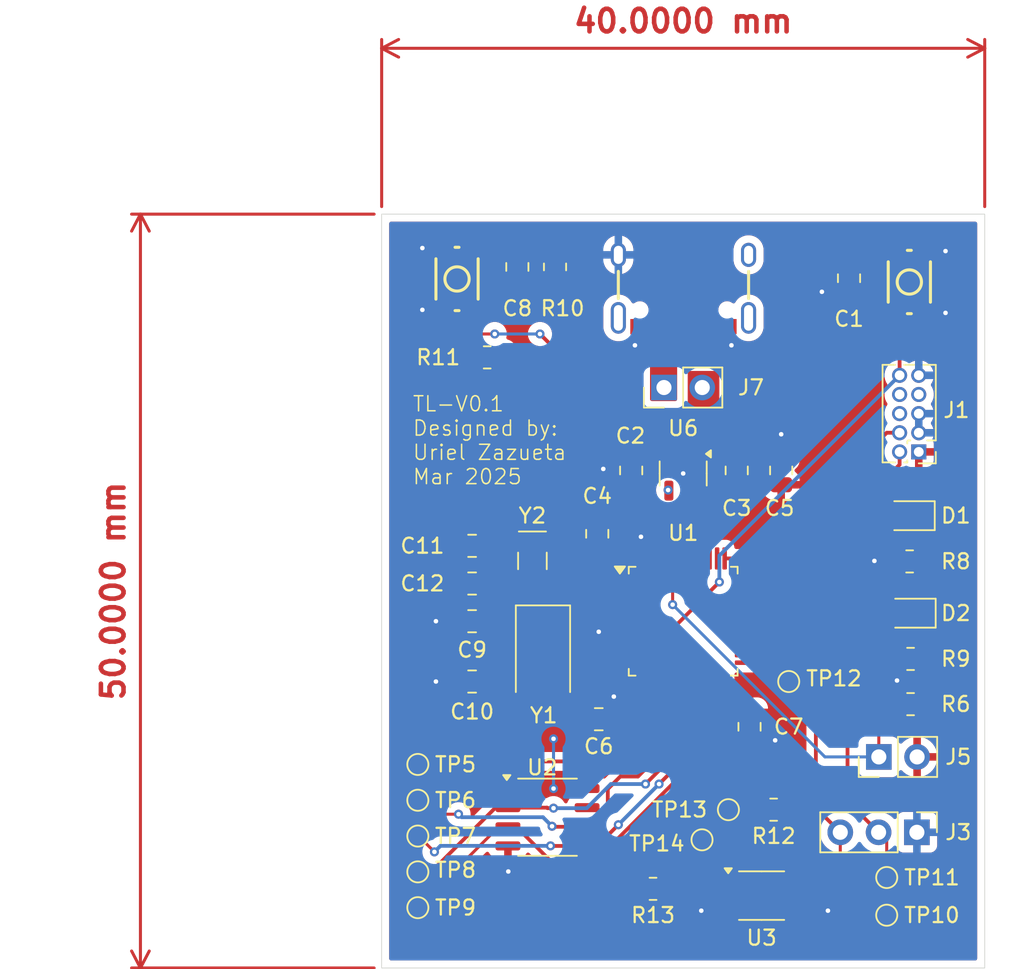
<source format=kicad_pcb>
(kicad_pcb (version 20241229) (generator "pcbnew") (generator_version "9.0")
  (layers (0 "F.Cu" signal) (2 "B.Cu" signal) (13 "F.Paste" user) (15 "B.Paste" user) (5 "F.SilkS" user "F.Silkscreen") (7 "B.SilkS" user "B.Silkscreen") (1 "F.Mask" user) (3 "B.Mask" user) (25 "Edge.Cuts" user))
  (net 0 "")
  (net 1 "NRST")
  (net 2 "GND")
  (net 3 "+3V3")
  (net 4 "USART1_RX")
  (net 11 "BTN_1")
  (net 12 "OSC_IN")
  (net 13 "OSC_OUT")
  (net 15 "OSC32_IN")
  (net 19 "VBUS")
  (net 20 "OSC32_OUT")
  (net 22 "Net-(D1-K)")
  (net 27 "FLASH_nWP")
  (net 28 "LED1")
  (net 29 "FLASH_SCK")
  (net 30 "FLASH_MISO")
  (net 31 "FLASH_nCS")
  (net 32 "FLASH_MOSI")
  (net 35 "SDA")
  (net 36 "SCL")
  (net 37 "VCC")
  (net 38 "USART1_TX")
  (net 39 "LED0")
  (net 41 "BOOT0")
  (net 42 "Net-(D2-K)")
  (net 43 "SWDIO")
  (net 44 "SWDCLK")
  (net 45 "Net-(U1-PA8)")
  (net 61 "unconnected-(U6-NC-Pad4)")
  (net 62 "Net-(C8-Pad2)")
  (footprint "TestPoint:TestPoint_Pad_D1.0mm" (layer "F.Cu") (at 102.4 111.25)
    (property "Reference" "TP7")
    (property "Value" "TestPoint" (hide yes))
  )
  (footprint "TestPoint:TestPoint_Pad_D1.0mm" (layer "F.Cu") (at 133.5 116.5)
    (property "Reference" "TP10")
    (property "Value" "TestPoint" (hide yes))
  )
  (footprint "Package_QFP:LQFP-48_7x7mm_P0.5mm" (layer "F.Cu") (at 120 97)
    (property "Reference" "U1")
    (property "Value" "STM32F030C8Tx" (hide yes))
  )
  (footprint "TestPoint:TestPoint_Pad_D1.0mm" (layer "F.Cu") (at 127 101)
    (property "Reference" "TP12")
    (property "Value" "MCO")
  )
  (footprint "Package_SO:VSSOP-8_3x3mm_P0.65mm" (layer "F.Cu") (at 125.2 115.2)
    (property "Reference" "U3")
    (property "Value" "TMP1075DGK")
  )
  (footprint "Capacitor_SMD:C_0805_2012Metric" (layer "F.Cu") (at 131 74.25 -90)
    (property "Reference" "C1")
    (property "Value" "100nF")
  )
  (footprint "Capacitor_SMD:C_0805_2012Metric" (layer "F.Cu") (at 116.55 87 -90)
    (property "Reference" "C2")
    (property "Value" "100nF")
  )
  (footprint "Connector_PinHeader_2.54mm:PinHeader_1x03_P2.54mm_Vertical" (layer "F.Cu") (at 135.5 111 -90)
    (property "Reference" "J3")
    (property "Value" "Conn_01x03")
  )
  (footprint "Resistor_SMD:R_0805_2012Metric" (layer "F.Cu") (at 111.5 73.5 90)
    (property "Reference" "R10")
    (property "Value" "100")
  )
  (footprint "Crystal:Crystal_SMD_5032-2Pin_5.0x3.2mm" (layer "F.Cu") (at 110.7 99 -90)
    (property "Reference" "Y1")
    (property "Value" "8.0MHz 	H130A-8.000-18-2030-EXT-TR")
  )
  (footprint "Capacitor_SMD:C_0805_2012Metric" (layer "F.Cu") (at 124.4 104 -90)
    (property "Reference" "C7")
    (property "Value" "100nF")
  )
  (footprint "Capacitor_SMD:C_0805_2012Metric" (layer "F.Cu") (at 106 94.5 180)
    (property "Reference" "C12")
    (property "Value" "4.3pF")
  )
  (footprint "TestPoint:TestPoint_Pad_D1.0mm" (layer "F.Cu") (at 102.4 116)
    (property "Reference" "TP9")
    (property "Value" "TestPoint" (hide yes))
  )
  (footprint "Resistor_SMD:R_0805_2012Metric" (layer "F.Cu") (at 135.0825 102.5 180)
    (property "Reference" "R6")
    (property "Value" "10K" (hide yes))
  )
  (footprint "TestPoint:TestPoint_Pad_D1.0mm" (layer "F.Cu") (at 102.4 108.875)
    (property "Reference" "TP6")
    (property "Value" "TestPoint" (hide yes))
  )
  (footprint "TestPoint:TestPoint_Pad_D1.0mm" (layer "F.Cu") (at 102.4 106.5)
    (property "Reference" "TP5")
    (property "Value" "TestPoint" (hide yes))
  )
  (footprint "Crystal:Crystal_SMD_MicroCrystal_CC7V-T1A-2Pin_3.2x1.5mm" (layer "F.Cu") (at 110 93 -90)
    (property "Reference" "Y2")
    (property "Value" "32.768 KHz CC7V-T1A")
  )
  (footprint "Capacitor_SMD:C_0805_2012Metric" (layer "F.Cu") (at 106 92 180)
    (property "Reference" "C11")
    (property "Value" "4.3pF")
  )
  (footprint "TestPoint:TestPoint_Pad_D1.0mm" (layer "F.Cu") (at 123 109.5)
    (property "Reference" "TP13")
    (property "Value" "TestPoint")
  )
  (footprint "TestPoint:TestPoint_Pad_D1.0mm" (layer "F.Cu") (at 102.4 113.625)
    (property "Reference" "TP8")
    (property "Value" "TestPoint" (hide yes))
  )
  (footprint "Capacitor_SMD:C_0805_2012Metric" (layer "F.Cu") (at 106 97 180)
    (property "Reference" "C9")
    (property "Value" "20pF")
  )
  (footprint "Capacitor_SMD:C_0805_2012Metric" (layer "F.Cu") (at 126.5 87 90)
    (property "Reference" "C5")
    (property "Value" "100nF")
  )
  (footprint "Resistor_SMD:R_0805_2012Metric" (layer "F.Cu") (at 107 79.5 180)
    (property "Reference" "R11")
    (property "Value" "100")
  )
  (footprint "Capacitor_SMD:C_0805_2012Metric" (layer "F.Cu") (at 123.55 87 90)
    (property "Reference" "C3")
    (property "Value" "100nF")
  )
  (footprint "SparkFun-Connector:USB-C_16" (layer "F.Cu") (at 120.018 77.795 180)
    (property "Reference" "J6")
    (property "Value" "USB4105-GF-A-060")
  )
  (footprint "TestPoint:TestPoint_Pad_D1.0mm" (layer "F.Cu") (at 121.25 111.5)
    (property "Reference" "TP14")
    (property "Value" "TestPoint")
  )
  (footprint "SparkFun-Switch:Push_SMD_4.6x2.8mm_h1.9mm" (layer "F.Cu") (at 135 74.5 -90)
    (property "Reference" "SW1")
    (property "Value" "SMD_4.6x2.8mm_h1.9mm")
  )
  (footprint "TestPoint:TestPoint_Pad_D1.0mm" (layer "F.Cu") (at 133.5 114)
    (property "Reference" "TP11")
    (property "Value" "TestPoint" (hide yes))
  )
  (footprint "Resistor_SMD:R_0805_2012Metric" (layer "F.Cu") (at 135.0825 99.5)
    (property "Reference" "R9")
    (property "Value" "330")
  )
  (footprint "Capacitor_SMD:C_0805_2012Metric" (layer "F.Cu") (at 114.4 103.5)
    (property "Reference" "C6")
    (property "Value" "100nF")
  )
  (footprint "Package_SO:SOP-8_3.9x4.9mm_P1.27mm" (layer "F.Cu") (at 111 110)
    (property "Reference" "U2")
    (property "Value" "GD25Q16CSJGR" (hide yes))
  )
  (footprint "Connector_PinHeader_1.27mm:PinHeader_2x05_P1.27mm_Vertical" (layer "F.Cu") (at 135.625 85.77 180)
    (property "Reference" "J1")
    (property "Value" "1.27, 2x5, Male, TH")
  )
  (footprint "Capacitor_SMD:C_0805_2012Metric" (layer "F.Cu") (at 106 101 180)
    (property "Reference" "C10")
    (property "Value" "20pF")
  )
  (footprint "LED_SMD:LED_0805_2012Metric" (layer "F.Cu") (at 135.0625 96.466666 180)
    (property "Reference" "D2")
    (property "Value" "RED")
  )
  (footprint "Package_TO_SOT_SMD:SOT-23-5" (layer "F.Cu") (at 120 87.2 -90)
    (property "Reference" "U6")
    (property "Value" "MIC5504-3.3YM5" (hide yes))
  )
  (footprint "Resistor_SMD:R_0805_2012Metric" (layer "F.Cu") (at 118 114.75)
    (property "Reference" "R13")
    (property "Value" "10K")
  )
  (footprint "SparkFun-Switch:Push_SMD_4.6x2.8mm_h1.9mm" (layer "F.Cu") (at 105 74.298529 90)
    (property "Reference" "SW2")
    (property "Value" "SMD_4.6x2.8mm_h1.9mm")
  )
  (footprint "Resistor_SMD:R_0805_2012Metric" (layer "F.Cu") (at 126 109.5 180)
    (property "Reference" "R12")
    (property "Value" "10K")
  )
  (footprint "Capacitor_SMD:C_0805_2012Metric" (layer "F.Cu") (at 109 73.5 -90)
    (property "Reference" "C8")
    (property "Value" "100nF")
  )
  (footprint "Capacitor_SMD:C_0805_2012Metric" (layer "F.Cu") (at 114.3 91.2 90)
    (property "Reference" "C4")
    (property "Value" "100nF")
  )
  (footprint "Resistor_SMD:R_0805_2012Metric" (layer "F.Cu") (at 135.02 93.033333)
    (property "Reference" "R8")
    (property "Value" "510")
  )
  (footprint "LED_SMD:LED_0805_2012Metric" (layer "F.Cu") (at 135 90 180)
    (property "Reference" "D1")
    (property "Value" "GREEN")
  )
  (footprint "Connector_PinHeader_2.54mm:PinHeader_1x02_P2.54mm_Vertical" (layer "F.Cu") (at 132.975 106 90)
    (property "Reference" "J5")
    (property "Value" "Conn_01x02")
  )
  (footprint "Connector_PinHeader_2.54mm:PinHeader_1x02_P2.54mm_Vertical" (layer "F.Cu") (at 118.725 81.5 90)
    (property "Reference" "J7")
    (property "Value" "Conn_01x02")
  )
  (gr_rect (start 100 70) (end 140 120) (stroke (width 0.05)) (fill no) (layer "Edge.Cuts"))
  (gr_text "TL-V0.1\nDesigned by:\nUriel Zazueta\nMar 2025" (at 102 88 0) (layer "F.SilkS") (effects (font (size 1 1) (thickness 0.1)) (justify left bottom)))
  (dimension (type orthogonal) (layer "F.Cu") (pts (xy 100 70) (xy 140 70)) (height -11) (orientation 0) (format (prefix "") (suffix "") (units 3) (units_format 1) (precision 4)) (style (thickness 0.2) (arrow_length 1.27) (text_position_mode 0) (arrow_direction outward) (extension_height 0.58642) (extension_offset 0.5) (keep_text_aligned yes)) (gr_text "40.0000 mm" (at 120 57.2 0) (layer "F.Cu") (effects (font (size 1.5 1.5) (thickness 0.3)))))
  (dimension (type orthogonal) (layer "F.Cu") (pts (xy 100 120) (xy 100 70)) (height -16) (orientation 1) (format (prefix "") (suffix "") (units 3) (units_format 1) (precision 4)) (style (thickness 0.2) (arrow_length 1.27) (text_position_mode 0) (arrow_direction outward) (extension_height 0.58642) (extension_offset 0.5) (keep_text_aligned yes)) (gr_text "50.0000 mm" (at 82.2 95 90) (layer "F.Cu") (effects (font (size 1.5 1.5) (thickness 0.3)))))
  (segment (start 134.355 80.69) (end 134.355 76.705) (width 0.25) (layer "F.Cu") (net 1))
  (segment (start 119.55 97.25) (end 122.4 94.4) (width 0.25) (layer "F.Cu") (net 1))
  (segment (start 131.85 72.45) (end 131 73.3) (width 0.5) (layer "F.Cu") (net 1))
  (segment (start 134.355 76.705) (end 134.2 76.55) (width 0.25) (layer "F.Cu") (net 1))
  (segment (start 115.8375 97.25) (end 119.55 97.25) (width 0.25) (layer "F.Cu") (net 1))
  (segment (start 134.2 72.45) (end 131.85 72.45) (width 0.5) (layer "F.Cu") (net 1))
  (segment (start 134.2 72.45) (end 134.2 76.55) (width 0.5) (layer "F.Cu") (net 1))
  (via (at 122.4 94.4) (size 0.6) (drill 0.3) (layers "F.Cu" "B.Cu") (net 1))
  (segment (start 122.4 94.4) (end 122.4 92.645) (width 0.25) (layer "B.Cu") (net 1))
  (segment (start 122.4 92.645) (end 134.355 80.69) (width 0.25) (layer "B.Cu") (net 1))
  (segment (start 135.8 72.45) (end 137.4 72.45) (width 0.5) (layer "F.Cu") (net 2))
  (segment (start 123.225 78.675) (end 123.2 78.7) (width 0.5) (layer "F.Cu") (net 2))
  (segment (start 115.35 102.05) (end 115.4 102) (width 0.5) (layer "F.Cu") (net 2))
  (segment (start 116.55 87.95) (end 115.75 87.95) (width 0.2) (layer "F.Cu") (net 2))
  (segment (start 129.6 116.2) (end 129.575 116.175) (width 0.2) (layer "F.Cu") (net 2))
  (segment (start 105.05 101) (end 103.6 101) (width 0.5) (layer "F.Cu") (net 2))
  (segment (start 108.375 111.905) (end 108.375 113.575) (width 0.5) (layer "F.Cu") (net 2))
  (segment (start 121.225 116.175) (end 121.2 116.2) (width 0.2) (layer "F.Cu") (net 2))
  (segment (start 123.225 77.46625) (end 123.225 78.675) (width 0.5) (layer "F.Cu") (net 2))
  (segment (start 134.17 100.954166) (end 134.1825 100.966666) (width 0.2) (layer "F.Cu") (net 2))
  (segment (start 105.05 97) (end 103.6 97) (width 0.5) (layer "F.Cu") (net 2))
  (segment (start 104.2 76.348529) (end 102.7 76.348529) (width 0.5) (layer "F.Cu") (net 2))
  (segment (start 134.1075 93.033333) (end 132.715833 93.033333) (width 0.2) (layer "F.Cu") (net 2))
  (segment (start 123.0875 115.525) (end 123.0875 116.175) (width 0.2) (layer "F.Cu") (net 2))
  (segment (start 123.0875 116.175) (end 121.225 116.175) (width 0.2) (layer "F.Cu") (net 2))
  (segment (start 117.75 92.8375) (end 117.75 91.95) (width 0.25) (layer "F.Cu") (net 2))
  (segment (start 116.05 90.25) (end 114.3 90.25) (width 0.2) (layer "F.Cu") (net 2))
  (segment (start 116.775 77.46625) (end 116.775 78.675) (width 0.5) (layer "F.Cu") (net 2))
  (segment (start 135.995 102.5) (end 135.995 101.4125) (width 0.2) (layer "F.Cu") (net 2))
  (segment (start 120 86.0625) (end 120 87.2) (width 0.5) (layer "F.Cu") (net 2))
  (segment (start 115.75 87.95) (end 114.7 86.9) (width 0.2) (layer "F.Cu") (net 2))
  (segment (start 105.05 97) (end 105.05 92) (width 0.5) (layer "F.Cu") (net 2))
  (segment (start 124.4 104.95) (end 122.25 102.8) (width 0.2) (layer "F.Cu") (net 2))
  (segment (start 124.4 104.95) (end 126.05 104.95) (width 0.2) (layer "F.Cu") (net 2))
  (segment (start 108.375 113.575) (end 108.4 113.6) (width 0.5) (layer "F.Cu") (net 2))
  (segment (start 135.995 101.4125) (end 135.515832 100.933332) (width 0.2) (layer "F.Cu") (net 2))
  (segment (start 127.3125 114.875) (end 127.3125 116.175) (width 0.2) (layer "F.Cu") (net 2))
  (segment (start 111.5 72.5875) (end 115.55825 72.5875) (width 0.2) (layer "F.Cu") (net 2))
  (segment (start 116.775 78.675) (end 116.8 78.7) (width 0.5) (layer "F.Cu") (net 2))
  (segment (start 135.8 76.55) (end 137.4 76.55) (width 0.5) (layer "F.Cu") (net 2))
  (segment (start 129.25 75.2) (end 129.2 75.15) (width 0.5) (layer "F.Cu") (net 2))
  (segment (start 117.75 91.95) (end 117.2 91.4) (width 0.25) (layer "F.Cu") (net 2))
  (segment (start 126.05 104.95) (end 126.1 104.9) (width 0.2) (layer "F.Cu") (net 2))
  (segment (start 126.5 86.05) (end 126.5 84.6) (width 0.2) (layer "F.Cu") (net 2))
  (segment (start 123.55 86.05) (end 126.5 86.05) (width 0.2) (layer "F.Cu") (net 2))
  (segment (start 116.05 90.25) (end 117.2 91.4) (width 0.2) (layer "F.Cu") (net 2))
  (segment (start 122.25 102.8) (end 122.25 101.1625) (width 0.2) (layer "F.Cu") (net 2))
  (segment (start 135.515832 100.933332) (end 134.1825 100.933332) (width 0.2) (layer "F.Cu") (net 2))
  (segment (start 104.2 72.248529) (end 102.7 72.248529) (width 0.5) (layer "F.Cu") (net 2))
  (segment (start 134.17 99.5) (end 134.17 100.954166) (width 0.2) (layer "F.Cu") (net 2))
  (segment (start 115.55825 72.5875) (end 115.682 72.71125) (width 0.2) (layer "F.Cu") (net 2))
  (segment (start 114.45 97.75) (end 114.4 97.7) (width 0.2) (layer "F.Cu") (net 2))
  (segment (start 115.35 103.5) (end 115.35 102.05) (width 0.5) (layer "F.Cu") (net 2))
  (segment (start 132.715833 93.033333) (end 132.6825 93) (width 0.2) (layer "F.Cu") (net 2))
  (segment (start 115.8375 97.75) (end 114.45 97.75) (width 0.2) (layer "F.Cu") (net 2))
  (segment (start 129.575 116.175) (end 127.3125 116.175) (width 0.2) (layer "F.Cu") (net 2))
  (segment (start 131 75.2) (end 129.25 75.2) (width 0.5) (layer "F.Cu") (net 2))
  (via (at 120 87.2) (size 0.6) (drill 0.3) (layers "F.Cu" "B.Cu") (net 2))
  (via (at 134.1825 100.933332) (size 0.6) (drill 0.3) (layers "F.Cu" "B.Cu") (net 2))
  (via (at 126.5 84.6) (size 0.6) (drill 0.3) (layers "F.Cu" "B.Cu") (net 2))
  (via (at 102.7 72.248529) (size 0.6) (drill 0.3) (layers "F.Cu" "B.Cu") (net 2))
  (via (at 126.1 104.9) (size 0.6) (drill 0.3) (layers "F.Cu" "B.Cu") (net 2))
  (via (at 132.6825 93) (size 0.6) (drill 0.3) (layers "F.Cu" "B.Cu") (net 2))
  (via (at 121.2 116.2) (size 0.6) (drill 0.3) (layers "F.Cu" "B.Cu") (net 2))
  (via (at 102.7 76.348529) (size 0.6) (drill 0.3) (layers "F.Cu" "B.Cu") (net 2))
  (via (at 114.7 86.9) (size 0.6) (drill 0.3) (layers "F.Cu" "B.Cu") (net 2))
  (via (at 114.4 97.7) (size 0.6) (drill 0.3) (layers "F.Cu" "B.Cu") (net 2))
  (via (at 116.8 78.7) (size 0.6) (drill 0.3) (layers "F.Cu" "B.Cu") (net 2))
  (via (at 103.6 101) (size 0.6) (drill 0.3) (layers "F.Cu" "B.Cu") (net 2))
  (via (at 129.6 116.2) (size 0.6) (drill 0.3) (layers "F.Cu" "B.Cu") (net 2))
  (via (at 123.2 78.7) (size 0.6) (drill 0.3) (layers "F.Cu" "B.Cu") (net 2))
  (via (at 129.2 75.15) (size 0.6) (drill 0.3) (layers "F.Cu" "B.Cu") (net 2))
  (via (at 108.4 113.6) (size 0.6) (drill 0.3) (layers "F.Cu" "B.Cu") (net 2))
  (via (at 103.6 97) (size 0.6) (drill 0.3) (layers "F.Cu" "B.Cu") (net 2))
  (via (at 137.4 76.55) (size 0.6) (drill 0.3) (layers "F.Cu" "B.Cu") (net 2))
  (via (at 117.2 91.4) (size 0.6) (drill 0.3) (layers "F.Cu" "B.Cu") (net 2))
  (via (at 115.4 102) (size 0.6) (drill 0.3) (layers "F.Cu" "B.Cu") (net 2))
  (via (at 137.4 72.45) (size 0.6) (drill 0.3) (layers "F.Cu" "B.Cu") (net 2))
  (segment (start 124.4 103.05) (end 122.75 101.4) (width 0.2) (layer "F.Cu") (net 3))
  (segment (start 117.25 92.8375) (end 116.5625 92.15) (width 0.2) (layer "F.Cu") (net 3))
  (segment (start 113.45 102.15) (end 113.45 102.9) (width 0.25) (layer "F.Cu") (net 3))
  (segment (start 115.8375 94.25) (end 114.65 94.25) (width 0.2) (layer "F.Cu") (net 3))
  (segment (start 115.8375 98.25) (end 115.066176 98.25) (width 0.2) (layer "F.Cu") (net 3))
  (segment (start 114.5 101.1) (end 113.45 102.15) (width 0.25) (layer "F.Cu") (net 3))
  (segment (start 116.5625 92.15) (end 114.3 92.15) (width 0.2) (layer "F.Cu") (net 3))
  (segment (start 114.5 98.816176) (end 114.5 101.1) (width 0.2) (layer "F.Cu") (net 3))
  (segment (start 114 92.4125) (end 114 92.15) (width 0.2) (layer "F.Cu") (net 3))
  (segment (start 123.5 101.1) (end 123.4375 101.1625) (width 0.2) (layer "F.Cu") (net 3))
  (segment (start 122.75 101.1625) (end 123.4375 101.1625) (width 0.2) (layer "F.Cu") (net 3))
  (segment (start 123.55 87.95) (end 121.3375 87.95) (width 0.5) (layer "F.Cu") (net 3))
  (segment (start 114.3 93.9) (end 114.3 92.15) (width 0.2) (layer "F.Cu") (net 3))
  (segment (start 122.75 101.4) (end 122.75 101.1625) (width 0.2) (layer "F.Cu") (net 3))
  (segment (start 121.3375 87.95) (end 120.95 88.3375) (width 0.5) (layer "F.Cu") (net 3))
  (segment (start 115.066176 98.25) (end 114.5 98.816176) (width 0.2) (layer "F.Cu") (net 3))
  (segment (start 114.65 94.25) (end 114.3 93.9) (width 0.2) (layer "F.Cu") (net 3))
  (via (at 111.4 108.1) (size 0.6) (drill 0.3) (layers "F.Cu" "B.Cu") (net 3))
  (via (at 111.4 104.8) (size 0.6) (drill 0.3) (layers "F.Cu" "B.Cu") (net 3))
  (segment (start 111.4 108.1) (end 111.4 104.8) (width 0.2) (layer "B.Cu") (net 3))
  (segment (start 128.040903 96.75) (end 124.1625 96.75) (width 0.25) (layer "F.Cu") (net 4))
  (segment (start 130.9 99.609097) (end 130.9 108.94) (width 0.25) (layer "F.Cu") (net 4))
  (segment (start 130.9 108.94) (end 132.96 111) (width 0.25) (layer "F.Cu") (net 4))
  (segment (start 133.5 111.54) (end 132.96 111) (width 0.2) (layer "F.Cu") (net 4))
  (segment (start 128.040903 96.75) (end 130.9 99.609097) (width 0.25) (layer "F.Cu") (net 4))
  (segment (start 133.5 114) (end 133.5 111.54) (width 0.2) (layer "F.Cu") (net 4))
  (segment (start 110.5 77.948529) (end 113.3 80.748529) (width 0.25) (layer "F.Cu") (net 11))
  (segment (start 116.085298 89.4) (end 118.25 91.564702) (width 0.25) (layer "F.Cu") (net 11))
  (segment (start 105.8 72.248529) (end 105.8 76.348529) (width 0.5) (layer "F.Cu") (net 11))
  (segment (start 115.5 89.4) (end 116.085298 89.4) (width 0.25) (layer "F.Cu") (net 11))
  (segment (start 105.9125 79.548529) (end 105.9125 77.848529) (width 0.5) (layer "F.Cu") (net 11))
  (segment (start 107.5 77.948529) (end 106.0125 77.948529) (width 0.2) (layer "F.Cu") (net 11))
  (segment (start 113.3 80.748529) (end 113.3 87.2) (width 0.25) (layer "F.Cu") (net 11))
  (segment (start 106.0125 77.948529) (end 105.9125 77.848529) (width 0.2) (layer "F.Cu") (net 11))
  (segment (start 108.698529 72.248529) (end 109 72.55) (width 0.5) (layer "F.Cu") (net 11))
  (segment (start 105.9125 77.848529) (end 105.9125 76.461029) (width 0.5) (layer "F.Cu") (net 11))
  (segment (start 105.8 72.248529) (end 108.698529 72.248529) (width 0.5) (layer "F.Cu") (net 11))
  (segment (start 118.25 91.564702) (end 118.25 92.8375) (width 0.25) (layer "F.Cu") (net 11))
  (segment (start 105.9125 76.461029) (end 105.8 76.348529) (width 0.5) (layer "F.Cu") (net 11))
  (segment (start 113.3 87.2) (end 115.5 89.4) (width 0.25) (layer "F.Cu") (net 11))
  (via (at 110.5 77.948529) (size 0.6) (drill 0.3) (layers "F.Cu" "B.Cu") (net 11))
  (via (at 107.5 77.948529) (size 0.6) (drill 0.3) (layers "F.Cu" "B.Cu") (net 11))
  (segment (start 110.5 77.948529) (end 107.5 77.948529) (width 0.2) (layer "B.Cu") (net 11))
  (segment (start 110.35 97) (end 110.5 97.15) (width 0.5) (layer "F.Cu") (net 12))
  (segment (start 111.4 96.25) (end 115.8375 96.25) (width 0.25) (layer "F.Cu") (net 12))
  (segment (start 106.95 97) (end 110.35 97) (width 0.5) (layer "F.Cu") (net 12))
  (segment (start 110.5 97.15) (end 111.4 96.25) (width 0.25) (layer "F.Cu") (net 12))
  (segment (start 113.1 99.4) (end 113.1 97) (width 0.25) (layer "F.Cu") (net 13))
  (segment (start 110.5 100.85) (end 111.65 100.85) (width 0.25) (layer "F.Cu") (net 13))
  (segment (start 110.35 101) (end 110.5 100.85) (width 0.5) (layer "F.Cu") (net 13))
  (segment (start 113.1 97) (end 113.35 96.75) (width 0.25) (layer "F.Cu") (net 13))
  (segment (start 106.95 101) (end 110.35 101) (width 0.5) (layer "F.Cu") (net 13))
  (segment (start 113.35 96.75) (end 115.8375 96.75) (width 0.25) (layer "F.Cu") (net 13))
  (segment (start 111.65 100.85) (end 113.1 99.4) (width 0.25) (layer "F.Cu") (net 13))
  (segment (start 110 91.75) (end 111.45 91.75) (width 0.25) (layer "F.Cu") (net 15))
  (segment (start 112.85 95.25) (end 115.8375 95.25) (width 0.25) (layer "F.Cu") (net 15))
  (segment (start 112.1 92.4) (end 112.1 94.5) (width 0.25) (layer "F.Cu") (net 15))
  (segment (start 109.75 92) (end 110 91.75) (width 0.5) (layer "F.Cu") (net 15))
  (segment (start 112.1 94.5) (end 112.85 95.25) (width 0.25) (layer "F.Cu") (net 15))
  (segment (start 106.95 92) (end 109.75 92) (width 0.5) (layer "F.Cu") (net 15))
  (segment (start 111.45 91.75) (end 112.1 92.4) (width 0.25) (layer "F.Cu") (net 15))
  (segment (start 121.86625 78.9) (end 120.9 78.9) (width 0.5) (layer "F.Cu") (net 19))
  (segment (start 122.45 77.46625) (end 122.45 78.31625) (width 0.5) (layer "F.Cu") (net 19))
  (segment (start 120.9 78.9) (end 119 78.9) (width 0.5) (layer "F.Cu") (net 19))
  (segment (start 122.45 78.31625) (end 121.86625 78.9) (width 0.5) (layer "F.Cu") (net 19))
  (segment (start 119 78.9) (end 118.13375 78.9) (width 0.5) (layer "F.Cu") (net 19))
  (segment (start 118.13375 78.9) (end 117.55 78.31625) (width 0.5) (layer "F.Cu") (net 19))
  (segment (start 117.55 78.31625) (end 117.55 77.46625) (width 0.5) (layer "F.Cu") (net 19))
  (segment (start 110 94.25) (end 111.05 94.25) (width 0.25) (layer "F.Cu") (net 20))
  (segment (start 111.05 94.25) (end 112.55 95.75) (width 0.25) (layer "F.Cu") (net 20))
  (segment (start 112.55 95.75) (end 115.8375 95.75) (width 0.25) (layer "F.Cu") (net 20))
  (segment (start 109.75 94.5) (end 110 94.25) (width 0.5) (layer "F.Cu") (net 20))
  (segment (start 106.95 94.5) (end 109.75 94.5) (width 0.5) (layer "F.Cu") (net 20))
  (segment (start 135.9375 90) (end 135.9375 93.028333) (width 0.2) (layer "F.Cu") (net 22))
  (segment (start 135.9375 93.028333) (end 135.9325 93.033333) (width 0.2) (layer "F.Cu") (net 22))
  (segment (start 107.765 110.635) (end 108.375 110.635) (width 0.2) (layer "F.Cu") (net 27))
  (segment (start 111.2 112.9) (end 108.935 110.635) (width 0.25) (layer "F.Cu") (net 27))
  (segment (start 119.75 107.333884) (end 119.75 101.1625) (width 0.25) (layer "F.Cu") (net 27))
  (segment (start 114.183884 112.9) (end 111.2 112.9) (width 0.25) (layer "F.Cu") (net 27))
  (segment (start 102.4 116) (end 107.765 110.635) (width 0.2) (layer "F.Cu") (net 27))
  (segment (start 108.935 110.635) (end 108.375 110.635) (width 0.25) (layer "F.Cu") (net 27))
  (segment (start 114.183884 112.9) (end 119.75 107.333884) (width 0.25) (layer "F.Cu") (net 27))
  (segment (start 133.908334 96.25) (end 134.125 96.466666) (width 0.2) (layer "F.Cu") (net 28))
  (segment (start 124.1625 96.25) (end 133.908334 96.25) (width 0.2) (layer "F.Cu") (net 28))
  (segment (start 102.4 108.875) (end 103.325 109.8) (width 0.2) (layer "F.Cu") (net 29))
  (segment (start 111.335 110.635) (end 111.3 110.6) (width 0.25) (layer "F.Cu") (net 29))
  (segment (start 103.325 109.8) (end 105.1 109.8) (width 0.2) (layer "F.Cu") (net 29))
  (segment (start 118.25 106.05) (end 118.25 101.1625) (width 0.25) (layer "F.Cu") (net 29))
  (segment (start 113.625 110.635) (end 114.165 110.635) (width 0.25) (layer "F.Cu") (net 29))
  (segment (start 114.165 110.635) (end 115 109.8) (width 0.25) (layer "F.Cu") (net 29))
  (segment (start 113.625 110.635) (end 111.335 110.635) (width 0.25) (layer "F.Cu") (net 29))
  (segment (start 117 107.3) (end 118.25 106.05) (width 0.25) (layer "F.Cu") (net 29))
  (segment (start 115 108.12924) (end 115.82924 107.3) (width 0.25) (layer "F.Cu") (net 29))
  (segment (start 115 109.8) (end 115 108.12924) (width 0.25) (layer "F.Cu") (net 29))
  (segment (start 115.82924 107.3) (end 117 107.3) (width 0.25) (layer "F.Cu") (net 29))
  (via (at 105.1 109.8) (size 0.6) (drill 0.3) (layers "F.Cu" "B.Cu") (net 29))
  (via (at 111.3 110.6) (size 0.6) (drill 0.3) (layers "F.Cu" "B.Cu") (net 29))
  (segment (start 110.7 110) (end 105.3 110) (width 0.25) (layer "B.Cu") (net 29))
  (segment (start 111.3 110.6) (end 110.7 110) (width 0.25) (layer "B.Cu") (net 29))
  (segment (start 105.3 110) (end 105.1 109.8) (width 0.25) (layer "B.Cu") (net 29))
  (segment (start 111.4 109.4) (end 111 109.4) (width 0.25) (layer "F.Cu") (net 30))
  (segment (start 102.4 113.4) (end 102.4 113.625) (width 0.5) (layer "F.Cu") (net 30))
  (segment (start 108.375 109.365) (end 107.550001 109.365) (width 0.25) (layer "F.Cu") (net 30))
  (segment (start 118.75 106.55) (end 117.5 107.8) (width 0.25) (layer "F.Cu") (net 30))
  (segment (start 118.75 101.1625) (end 118.75 106.55) (width 0.25) (layer "F.Cu") (net 30))
  (segment (start 110.965 109.365) (end 108.375 109.365) (width 0.25) (layer "F.Cu") (net 30))
  (segment (start 107.550001 109.365) (end 103.290001 113.625) (width 0.25) (layer "F.Cu") (net 30))
  (segment (start 111 109.4) (end 110.965 109.365) (width 0.25) (layer "F.Cu") (net 30))
  (segment (start 103.290001 113.625) (end 102.4 113.625) (width 0.25) (layer "F.Cu") (net 30))
  (via (at 111.4 109.4) (size 0.6) (drill 0.3) (layers "F.Cu" "B.Cu") (net 30))
  (via (at 117.5 107.8) (size 0.6) (drill 0.3) (layers "F.Cu" "B.Cu") (net 30))
  (segment (start 117.5 107.8) (end 115.2 107.8) (width 0.25) (layer "B.Cu") (net 30))
  (segment (start 113.6 109.4) (end 111.4 109.4) (width 0.25) (layer "B.Cu") (net 30))
  (segment (start 115.2 107.8) (end 113.6 109.4) (width 0.25) (layer "B.Cu") (net 30))
  (segment (start 110.17 106.3) (end 108.375 108.095) (width 0.25) (layer "F.Cu") (net 31))
  (segment (start 117.75 101.1625) (end 117.75 105.25) (width 0.25) (layer "F.Cu") (net 31))
  (segment (start 116.7 106.3) (end 110.17 106.3) (width 0.25) (layer "F.Cu") (net 31))
  (segment (start 102.4 106.5) (end 106.78 106.5) (width 0.2) (layer "F.Cu") (net 31))
  (segment (start 117.75 105.25) (end 116.7 106.3) (width 0.25) (layer "F.Cu") (net 31))
  (segment (start 106.78 106.5) (end 108.375 108.095) (width 0.2) (layer "F.Cu") (net 31))
  (segment (start 119.275 101.1875) (end 119.25 101.1625) (width 0.25) (layer "F.Cu") (net 32))
  (segment (start 115.7 110.5) (end 114.295 111.905) (width 0.25) (layer "F.Cu") (net 32))
  (segment (start 102.4 111.25) (end 102.45 111.25) (width 0.2) (layer "F.Cu") (net 32))
  (segment (start 102.45 111.25) (end 103.5 112.3) (width 0.2) (layer "F.Cu") (net 32))
  (segment (start 114.295 111.905) (end 113.625 111.905) (width 0.25) (layer "F.Cu") (net 32))
  (segment (start 119.25 106.95) (end 118.4 107.8) (width 0.25) (layer "F.Cu") (net 32))
  (segment (start 111.205 111.905) (end 111.2 111.9) (width 0.25) (layer "F.Cu") (net 32))
  (segment (start 113.625 111.905) (end 111.205 111.905) (width 0.25) (layer "F.Cu") (net 32))
  (segment (start 119.25 101.1625) (end 119.25 106.95) (width 0.25) (layer "F.Cu") (net 32))
  (via (at 103.5 112.3) (size 0.6) (drill 0.3) (layers "F.Cu" "B.Cu") (net 32))
  (via (at 111.2 111.9) (size 0.6) (drill 0.3) (layers "F.Cu" "B.Cu") (net 32))
  (via (at 115.7 110.5) (size 0.6) (drill 0.3) (layers "F.Cu" "B.Cu") (net 32))
  (via (at 118.4 107.8) (size 0.6) (drill 0.3) (layers "F.Cu" "B.Cu") (net 32))
  (segment (start 111.2 111.9) (end 103.9 111.9) (width 0.25) (layer "B.Cu") (net 32))
  (segment (start 115.7 110.5) (end 118.4 107.8) (width 0.25) (layer "B.Cu") (net 32))
  (segment (start 103.9 111.9) (end 103.5 112.3) (width 0.25) (layer "B.Cu") (net 32))
  (segment (start 121.75 108.25) (end 121.75 101.1625) (width 0.2) (layer "F.Cu") (net 35))
  (segment (start 123.0875 114.225) (end 123.0875 109.5875) (width 0.2) (layer "F.Cu") (net 35))
  (segment (start 125.0875 109.5) (end 123 109.5) (width 0.2) (layer "F.Cu") (net 35))
  (segment (start 123.0875 109.5875) (end 123 109.5) (width 0.2) (layer "F.Cu") (net 35))
  (segment (start 123 109.5) (end 121.75 108.25) (width 0.2) (layer "F.Cu") (net 35))
  (segment (start 118.9125 114.75) (end 120.349999 114.75) (width 0.2) (layer "F.Cu") (net 36))
  (segment (start 121.25 113.849999) (end 121.25 111.5) (width 0.2) (layer "F.Cu") (net 36))
  (segment (start 122.275001 114.875) (end 121.25 113.849999) (width 0.2) (layer "F.Cu") (net 36))
  (segment (start 123.0875 114.875) (end 122.275001 114.875) (width 0.2) (layer "F.Cu") (net 36))
  (segment (start 120.349999 114.75) (end 121.25 113.849999) (width 0.2) (layer "F.Cu") (net 36))
  (segment (start 121.25 111.5) (end 121.25 101.1625) (width 0.2) (layer "F.Cu") (net 36))
  (segment (start 116.55 84.55) (end 116.8 84.3) (width 0.2) (layer "F.Cu") (net 37))
  (segment (start 119.05 84.55) (end 118.8 84.3) (width 0.2) (layer "F.Cu") (net 37))
  (segment (start 116.55 86.05) (end 116.55 84.55) (width 0.2) (layer "F.Cu") (net 37))
  (segment (start 118.8 84.3) (end 116.8 84.3) (width 0.2) (layer "F.Cu") (net 37))
  (segment (start 120.95 86.0625) (end 120.95 81.815) (width 0.2) (layer "F.Cu") (net 37))
  (segment (start 120.95 81.815) (end 121.265 81.5) (width 0.2) (layer "F.Cu") (net 37))
  (segment (start 119.05 86.0625) (end 119.05 84.55) (width 0.2) (layer "F.Cu") (net 37))
  (segment (start 130.42 113.42) (end 130.42 111) (width 0.2) (layer "F.Cu") (net 38))
  (segment (start 128.8 109.38) (end 130.42 111) (width 0.25) (layer "F.Cu") (net 38))
  (segment (start 133.5 116.5) (end 130.42 113.42) (width 0.2) (layer "F.Cu") (net 38))
  (segment (start 124.1625 97.25) (end 126.25 97.25) (width 0.25) (layer "F.Cu") (net 38))
  (segment (start 128.8 99.8) (end 128.8 109.38) (width 0.25) (layer "F.Cu") (net 38))
  (segment (start 126.25 97.25) (end 128.8 99.8) (width 0.25) (layer "F.Cu") (net 38))
  (segment (start 124.1625 95.75) (end 126.85 95.75) (width 0.2) (layer "F.Cu") (net 39))
  (segment (start 126.85 95.75) (end 132.6 90) (width 0.2) (layer "F.Cu") (net 39))
  (segment (start 132.6 90) (end 134.0625 90) (width 0.2) (layer "F.Cu") (net 39))
  (segment (start 132.975 103.695) (end 134.17 102.5) (width 0.2) (layer "F.Cu") (net 41))
  (segment (start 119.25 93.60741) (end 119.3 93.65741) (width 0.2) (layer "F.Cu") (net 41))
  (segment (start 119.25 92.8375) (end 119.25 93.60741) (width 0.2) (layer "F.Cu") (net 41))
  (segment (start 119.3 93.65741) (end 119.3 95.9) (width 0.2) (layer "F.Cu") (net 41))
  (segment (start 132.975 106) (end 132.975 103.695) (width 0.2) (layer "F.Cu") (net 41))
  (via (at 119.3 95.9) (size 0.6) (drill 0.3) (layers "F.Cu" "B.Cu") (net 41))
  (segment (start 129.4 106) (end 132.975 106) (width 0.2) (layer "B.Cu") (net 41))
  (segment (start 119.3 95.9) (end 129.4 106) (width 0.2) (layer "B.Cu") (net 41))
  (segment (start 136 99.495) (end 135.995 99.5) (width 0.2) (layer "F.Cu") (net 42))
  (segment (start 136 96.466666) (end 136 99.495) (width 0.2) (layer "F.Cu") (net 42))
  (segment (start 125.718256 95.25) (end 134.355 86.613256) (width 0.25) (layer "F.Cu") (net 43))
  (segment (start 124.1625 95.25) (end 125.718256 95.25) (width 0.25) (layer "F.Cu") (net 43))
  (segment (start 134.355 86.613256) (end 134.355 85.77) (width 0.25) (layer "F.Cu") (net 43))
  (segment (start 125.1625 92.8375) (end 133.5 84.5) (width 0.25) (layer "F.Cu") (net 44))
  (segment (start 122.75 92.8375) (end 125.1625 92.8375) (width 0.25) (layer "F.Cu") (net 44))
  (segment (start 133.5 84.5) (end 134.355 84.5) (width 0.25) (layer "F.Cu") (net 44))
  (segment (start 124.1625 97.75) (end 124.969178 97.75) (width 0.25) (layer "F.Cu") (net 45))
  (segment (start 124.1625 97.75) (end 124.899999 97.75) (width 0.25) (layer "F.Cu") (net 45))
  (segment (start 124.899999 97.75) (end 127 99.850001) (width 0.25) (layer "F.Cu") (net 45))
  (segment (start 127 99.850001) (end 127 101) (width 0.25) (layer "F.Cu") (net 45))
  (via (at 119 88.3) (size 0.6) (drill 0.3) (layers "F.Cu" "B.Cu") (net 61))
  (segment (start 109.0375 74.4125) (end 109 74.45) (width 0.25) (layer "F.Cu") (net 62))
  (segment (start 111.5 74.4125) (end 109.0375 74.4125) (width 0.25) (layer "F.Cu") (net 62))
  (zone (net 37) (net_name "VCC") (layer "F.Cu") (priority 3) (connect_pads yes (clearance 0.5)) (min_thickness 0.25) (fill yes (thermal_gap 0.5) (thermal_bridge_width 0.5))
    (polygon (pts (xy 115.5 86.6) (xy 119.4 86.6) (xy 119.4 84.9) (xy 122.2 84.9) (xy 122.4 84.5) (xy 122.4 80.4) (xy 120.3 80.4) (xy 120.3 83.3) (xy 120.1 83.6) (xy 115.8 83.6) (xy 115.5 83.9)))
  )
  (zone (net 3) (net_name "+3V3") (layer "F.Cu") (connect_pads (clearance 0.5)) (min_thickness 0.25) (fill yes (thermal_gap 0.5) (thermal_bridge_width 0.5))
    (polygon (pts (xy 100 70) (xy 140 70) (xy 140 120) (xy 100 120)))
  )
  (zone (net 19) (net_name "VBUS") (layer "F.Cu") (priority 2) (connect_pads yes (clearance 0.5)) (min_thickness 0.25) (fill yes (thermal_gap 0.5) (thermal_bridge_width 0.5))
    (polygon (pts (xy 119.6 82.4) (xy 119.6 79.9) (xy 120.1 78.9) (xy 117.8 78.9) (xy 117.8 82.4)))
  )
  (zone (net 2) (net_name "GND") (layer "B.Cu") (priority 1) (connect_pads (clearance 0.5)) (min_thickness 0.25) (fill yes (thermal_gap 0.5) (thermal_bridge_width 0.5))
    (polygon (pts (xy 100 70) (xy 140 70) (xy 140 120) (xy 100 120)))
  )
)
</source>
